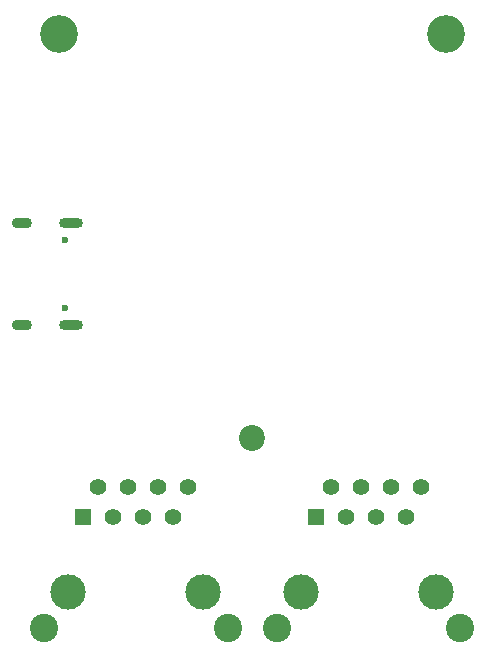
<source format=gbs>
%TF.GenerationSoftware,KiCad,Pcbnew,9.0.0*%
%TF.CreationDate,2025-02-27T15:43:31+01:00*%
%TF.ProjectId,upsy-desky,75707379-2d64-4657-936b-792e6b696361,rev?*%
%TF.SameCoordinates,Original*%
%TF.FileFunction,Soldermask,Bot*%
%TF.FilePolarity,Negative*%
%FSLAX46Y46*%
G04 Gerber Fmt 4.6, Leading zero omitted, Abs format (unit mm)*
G04 Created by KiCad (PCBNEW 9.0.0) date 2025-02-27 15:43:31*
%MOMM*%
%LPD*%
G01*
G04 APERTURE LIST*
%ADD10C,3.000000*%
%ADD11R,1.408000X1.408000*%
%ADD12C,1.408000*%
%ADD13C,2.400000*%
%ADD14C,0.600000*%
%ADD15O,2.000000X0.900000*%
%ADD16O,1.700000X0.900000*%
%ADD17C,2.200000*%
%ADD18C,3.200000*%
G04 APERTURE END LIST*
D10*
%TO.C,J1*%
X131127500Y-122301000D03*
X142557500Y-122301000D03*
D11*
X132397500Y-115951000D03*
D12*
X133667500Y-113411000D03*
X134937500Y-115951000D03*
X136207500Y-113411000D03*
X137477500Y-115951000D03*
X138747500Y-113411000D03*
X140017500Y-115951000D03*
X141287500Y-113411000D03*
D13*
X129092500Y-125351000D03*
X144592500Y-125351000D03*
%TD*%
D14*
%TO.C,J3*%
X130849000Y-92487000D03*
X130849000Y-98267000D03*
D15*
X131329000Y-91057000D03*
D16*
X127159000Y-91057000D03*
D15*
X131329000Y-99697000D03*
D16*
X127159000Y-99697000D03*
%TD*%
D17*
%TO.C,REF\u002A\u002A*%
X146685000Y-109220000D03*
%TD*%
D10*
%TO.C,J2*%
X150812500Y-122301000D03*
X162242500Y-122301000D03*
D11*
X152082500Y-115951000D03*
D12*
X153352500Y-113411000D03*
X154622500Y-115951000D03*
X155892500Y-113411000D03*
X157162500Y-115951000D03*
X158432500Y-113411000D03*
X159702500Y-115951000D03*
X160972500Y-113411000D03*
D13*
X148777500Y-125351000D03*
X164277500Y-125351000D03*
%TD*%
D18*
%TO.C,REF\u002A\u002A*%
X130302000Y-75057000D03*
%TD*%
%TO.C,REF\u002A\u002A*%
X163068000Y-75057000D03*
%TD*%
M02*

</source>
